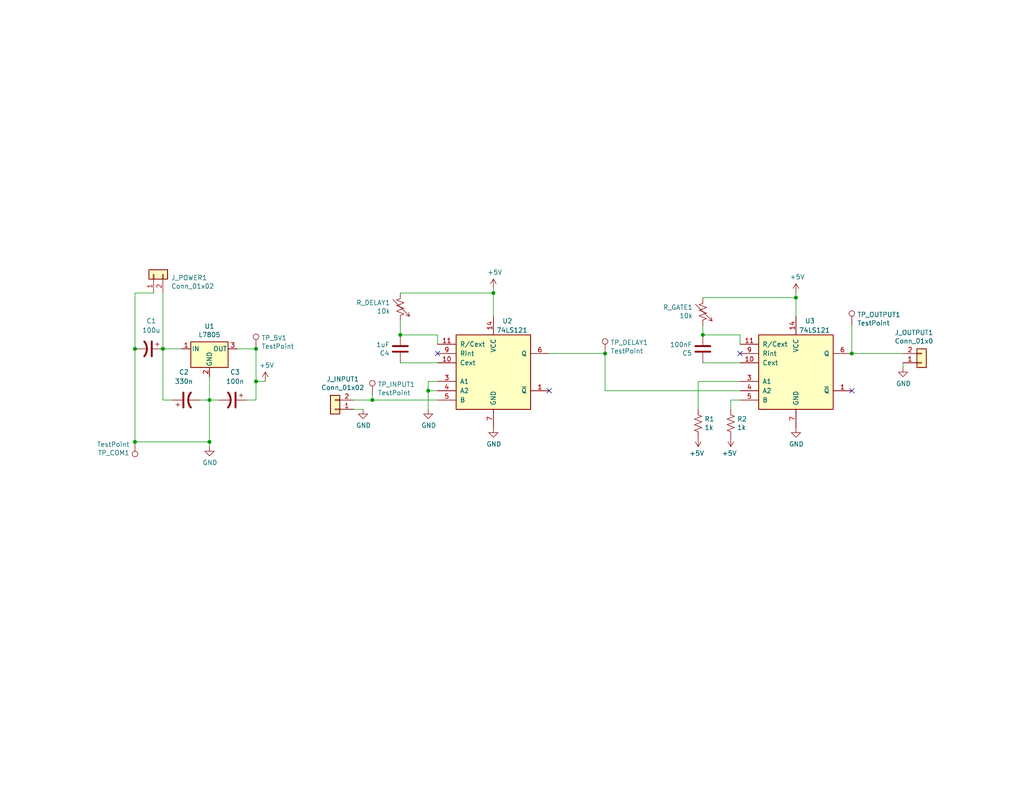
<source format=kicad_sch>
(kicad_sch (version 20211123) (generator eeschema)
  (paper "USLetter")
  (title_block (title "Delay Generator") (date "2022-03-21") (rev "A") (company "UW-Madison") (comment 1 "Department of Chemistry") (comment 2 "Instrument Shop") (comment 3 "Blaise Thompson") (comment 4 "blaise.thompson@wisc.edu"))
  (lib_symbols
    (symbol "74xx:74LS121" (pin_names (offset 1.016))
      (property "Reference" "U" (at -7.62 11.43 0))
      (property "Value" "74LS121" (at -7.62 -11.43 0))
      (symbol "74LS121_1_0"
        (pin output line (at 15.24 -5.08 180) (length 5.08) (name "~{Q}") (number "1"))
        (pin input line (at -15.24 2.54 0) (length 5.08) (name "Cext") (number "10"))
        (pin input line (at -15.24 7.62 0) (length 5.08) (name "R/Cext") (number "11"))
        (pin power_in line (at 0 15.24 270) (length 5.08) (name "VCC") (number "14"))
        (pin input line (at -15.24 -2.54 0) (length 5.08) (name "A1") (number "3"))
        (pin input line (at -15.24 -5.08 0) (length 5.08) (name "A2") (number "4"))
        (pin input line (at -15.24 -7.62 0) (length 5.08) (name "B") (number "5"))
        (pin output line (at 15.24 5.08 180) (length 5.08) (name "Q") (number "6"))
        (pin power_in line (at 0 -15.24 90) (length 5.08) (name "GND") (number "7"))
        (pin input line (at -15.24 5.08 0) (length 5.08) (name "Rint") (number "9"))
      )
      (symbol "74LS121_1_1"
        (rectangle (start -10.16 10.16) (end 10.16 -10.16) (stroke (width 0.254)) (fill (type background)))
      )
    )
    (symbol "Connector:TestPoint" (pin_numbers hide) (pin_names (offset 0.762) hide)
      (property "Reference" "TP" (at 0 6.858 0))
      (property "Value" "TestPoint" (at 0 5.08 0))
      (symbol "TestPoint_0_1"
        (circle (center 0 3.302) (radius 0.762))
      )
      (symbol "TestPoint_1_1"
        (pin passive line (at 0 0 90) (length 2.54) (name "1") (number "1"))
      )
    )
    (symbol "Connector_Generic:Conn_01x02" (pin_names (offset 1.016) hide)
      (property "Reference" "J" (at 0 2.54 0))
      (property "Value" "Conn_01x02" (at 0 -5.08 0))
      (symbol "Conn_01x02_1_1"
        (rectangle (start -1.27 -2.413) (end 0 -2.667) (stroke (width 0.1524)))
        (rectangle (start -1.27 0.127) (end 0 -0.127) (stroke (width 0.1524)))
        (rectangle (start -1.27 1.27) (end 1.27 -3.81) (stroke (width 0.254)) (fill (type background)))
        (pin passive line (at -5.08 0 0) (length 3.81) (name "Pin_1") (number "1"))
        (pin passive line (at -5.08 -2.54 0) (length 3.81) (name "Pin_2") (number "2"))
      )
    )
    (symbol "Device:C" (pin_numbers hide) (pin_names (offset 0.254))
      (property "Reference" "C" (at 0.635 2.54 0))
      (property "Value" "C" (at 0.635 -2.54 0))
      (symbol "C_0_1"
        (polyline (pts (xy -2.032 -0.762) (xy 2.032 -0.762)) (stroke (width 0.508)))
        (polyline (pts (xy -2.032 0.762) (xy 2.032 0.762)) (stroke (width 0.508)))
      )
      (symbol "C_1_1"
        (pin passive line (at 0 3.81 270) (length 2.794) (name "~") (number "1"))
        (pin passive line (at 0 -3.81 90) (length 2.794) (name "~") (number "2"))
      )
    )
    (symbol "Device:C_Polarized_US" (pin_numbers hide) (pin_names (offset 0.254) hide)
      (property "Reference" "C" (at 0.635 2.54 0))
      (property "Value" "C_Polarized_US" (at 0.635 -2.54 0))
      (symbol "C_Polarized_US_0_1"
        (polyline (pts (xy -2.032 0.762) (xy 2.032 0.762)) (stroke (width 0.508)))
        (polyline (pts (xy -1.778 2.286) (xy -0.762 2.286)))
        (polyline (pts (xy -1.27 1.778) (xy -1.27 2.794)))
        (arc (start 2.032 -1.27) (mid 0 -0.5572) (end -2.032 -1.27) (stroke (width 0.508)))
      )
      (symbol "C_Polarized_US_1_1"
        (pin passive line (at 0 3.81 270) (length 2.794) (name "~") (number "1"))
        (pin passive line (at 0 -3.81 90) (length 3.302) (name "~") (number "2"))
      )
    )
    (symbol "Device:R_US" (pin_numbers hide) (pin_names (offset 0))
      (property "Reference" "R" (at 2.54 0 90))
      (property "Value" "R_US" (at -2.54 0 90))
      (symbol "R_US_0_1"
        (polyline (pts (xy 0 -2.286) (xy 0 -2.54)))
        (polyline (pts (xy 0 2.286) (xy 0 2.54)))
        (polyline (pts (xy 0 -0.762) (xy 1.016 -1.143) (xy 0 -1.524) (xy -1.016 -1.905) (xy 0 -2.286)))
        (polyline (pts (xy 0 0.762) (xy 1.016 0.381) (xy 0 0) (xy -1.016 -0.381) (xy 0 -0.762)))
        (polyline (pts (xy 0 2.286) (xy 1.016 1.905) (xy 0 1.524) (xy -1.016 1.143) (xy 0 0.762)))
      )
      (symbol "R_US_1_1"
        (pin passive line (at 0 3.81 270) (length 1.27) (name "~") (number "1"))
        (pin passive line (at 0 -3.81 90) (length 1.27) (name "~") (number "2"))
      )
    )
    (symbol "Device:R_Variable_US" (pin_numbers hide) (pin_names (offset 0))
      (property "Reference" "R" (at 2.54 -2.54 90))
      (property "Value" "R_Variable_US" (at -2.54 -1.27 90))
      (symbol "R_Variable_US_0_1"
        (polyline (pts (xy 0 -2.286) (xy 0 -2.54)))
        (polyline (pts (xy 0 2.286) (xy 0 2.54)))
        (polyline (pts (xy 0 -0.762) (xy 1.016 -1.143) (xy 0 -1.524) (xy -1.016 -1.905) (xy 0 -2.286)))
        (polyline (pts (xy 0 0.762) (xy 1.016 0.381) (xy 0 0) (xy -1.016 -0.381) (xy 0 -0.762)))
        (polyline (pts (xy 0 2.286) (xy 1.016 1.905) (xy 0 1.524) (xy -1.016 1.143) (xy 0 0.762)) (stroke (width 0.1524)))
        (polyline (pts (xy 2.286 1.524) (xy 2.54 2.54) (xy 1.524 2.286) (xy 2.54 2.54) (xy -2.032 -2.032)) (stroke (width 0.1524)))
      )
      (symbol "R_Variable_US_1_1"
        (pin passive line (at 0 3.81 270) (length 1.27) (name "~") (number "1"))
        (pin passive line (at 0 -3.81 90) (length 1.27) (name "~") (number "2"))
      )
    )
    (symbol "Regulator_Linear:L7805" (pin_names (offset 0.254))
      (property "Reference" "U" (at -3.81 3.175 0))
      (property "Value" "L7805" (at 0 3.175 0))
      (symbol "L7805_0_1"
        (rectangle (start -5.08 1.905) (end 5.08 -5.08) (stroke (width 0.254)) (fill (type background)))
      )
      (symbol "L7805_1_1"
        (pin power_in line (at -7.62 0 0) (length 2.54) (name "IN") (number "1"))
        (pin power_in line (at 0 -7.62 90) (length 2.54) (name "GND") (number "2"))
        (pin power_out line (at 7.62 0 180) (length 2.54) (name "OUT") (number "3"))
      )
    )
    (symbol "power:+5V" (power) (pin_names (offset 0))
      (property "Value" "+5V" (at 0 3.556 0))
      (symbol "+5V_0_1"
        (polyline (pts (xy -0.762 1.27) (xy 0 2.54)))
        (polyline (pts (xy 0 0) (xy 0 2.54)))
        (polyline (pts (xy 0 2.54) (xy 0.762 1.27)))
      )
      (symbol "+5V_1_1"
        (pin power_in line (at 0 0 90) (length 0) hide (name "+5V") (number "1"))
      )
    )
    (symbol "power:GND" (power) (pin_names (offset 0))
      (property "Value" "GND" (at 0 -3.81 0))
      (symbol "GND_0_1"
        (polyline (pts (xy 0 0) (xy 0 -1.27) (xy 1.27 -1.27) (xy 0 -2.54) (xy -1.27 -1.27) (xy 0 -1.27)))
      )
      (symbol "GND_1_1"
        (pin power_in line (at 0 0 270) (length 0) hide (name "GND") (number "1"))
      )
    )
  )
  (junction (at 36.83 120.65))
  (junction (at 232.41 96.52))
  (junction (at 109.22 91.44))
  (junction (at 44.45 95.25))
  (junction (at 36.83 95.25))
  (junction (at 69.85 95.25))
  (junction (at 217.17 81.28))
  (junction (at 101.6 109.22))
  (junction (at 116.84 106.68))
  (junction (at 57.15 120.65))
  (junction (at 191.77 91.44))
  (junction (at 69.85 104.14))
  (junction (at 165.1 96.52))
  (junction (at 134.62 80.01))
  (junction (at 57.15 109.22))
  (no_connect (at 201.93 96.52))
  (no_connect (at 149.86 106.68))
  (no_connect (at 232.41 106.68))
  (no_connect (at 119.38 96.52))
  (wire (pts (xy 165.1 106.68) (xy 201.93 106.68)))
  (wire (pts (xy 116.84 106.68) (xy 116.84 111.76)))
  (wire (pts (xy 119.38 104.14) (xy 116.84 104.14)))
  (wire (pts (xy 54.61 109.22) (xy 57.15 109.22)))
  (wire (pts (xy 109.22 80.01) (xy 134.62 80.01)))
  (wire (pts (xy 119.38 91.44) (xy 109.22 91.44)))
  (wire (pts (xy 201.93 104.14) (xy 190.5 104.14)))
  (wire (pts (xy 69.85 104.14) (xy 72.39 104.14)))
  (wire (pts (xy 69.85 104.14) (xy 69.85 109.22)))
  (wire (pts (xy 165.1 96.52) (xy 165.1 106.68)))
  (wire (pts (xy 190.5 104.14) (xy 190.5 111.76)))
  (wire (pts (xy 116.84 104.14) (xy 116.84 106.68)))
  (wire (pts (xy 109.22 87.63) (xy 109.22 91.44)))
  (wire (pts (xy 64.77 95.25) (xy 69.85 95.25)))
  (wire (pts (xy 57.15 120.65) (xy 57.15 109.22)))
  (wire (pts (xy 57.15 102.87) (xy 57.15 109.22)))
  (wire (pts (xy 36.83 95.25) (xy 36.83 120.65)))
  (wire (pts (xy 41.91 80.01) (xy 36.83 80.01)))
  (wire (pts (xy 201.93 91.44) (xy 201.93 93.98)))
  (wire (pts (xy 149.86 96.52) (xy 165.1 96.52)))
  (wire (pts (xy 191.77 81.28) (xy 217.17 81.28)))
  (wire (pts (xy 199.39 109.22) (xy 199.39 111.76)))
  (wire (pts (xy 101.6 107.95) (xy 101.6 109.22)))
  (wire (pts (xy 44.45 109.22) (xy 46.99 109.22)))
  (wire (pts (xy 44.45 95.25) (xy 44.45 109.22)))
  (wire (pts (xy 69.85 95.25) (xy 69.85 104.14)))
  (wire (pts (xy 119.38 93.98) (xy 119.38 91.44)))
  (wire (pts (xy 134.62 80.01) (xy 134.62 86.36)))
  (wire (pts (xy 36.83 120.65) (xy 57.15 120.65)))
  (wire (pts (xy 119.38 99.06) (xy 109.22 99.06)))
  (wire (pts (xy 201.93 91.44) (xy 191.77 91.44)))
  (wire (pts (xy 217.17 81.28) (xy 217.17 80.01)))
  (wire (pts (xy 57.15 120.65) (xy 57.15 121.92)))
  (wire (pts (xy 101.6 109.22) (xy 119.38 109.22)))
  (wire (pts (xy 217.17 81.28) (xy 217.17 86.36)))
  (wire (pts (xy 232.41 96.52) (xy 232.41 88.9)))
  (wire (pts (xy 201.93 99.06) (xy 191.77 99.06)))
  (wire (pts (xy 57.15 109.22) (xy 59.69 109.22)))
  (wire (pts (xy 201.93 109.22) (xy 199.39 109.22)))
  (wire (pts (xy 191.77 88.9) (xy 191.77 91.44)))
  (wire (pts (xy 246.38 99.06) (xy 246.38 100.33)))
  (wire (pts (xy 96.52 109.22) (xy 101.6 109.22)))
  (wire (pts (xy 116.84 106.68) (xy 119.38 106.68)))
  (wire (pts (xy 49.53 95.25) (xy 44.45 95.25)))
  (wire (pts (xy 36.83 80.01) (xy 36.83 95.25)))
  (wire (pts (xy 69.85 109.22) (xy 67.31 109.22)))
  (wire (pts (xy 44.45 80.01) (xy 44.45 95.25)))
  (wire (pts (xy 232.41 96.52) (xy 246.38 96.52)))
  (wire (pts (xy 96.52 111.76) (xy 99.06 111.76)))
  (wire (pts (xy 134.62 80.01) (xy 134.62 78.74)))
  (symbol (lib_id "74xx:74LS121") (at 134.62 101.6 0) (unit 1)
    (property "Reference" "U2" (at 138.43 87.63 0))
    (property "Value" "74LS121" (at 139.7 90.17 0))
    (property "Footprint" "Package_DIP:DIP-16_W7.62mm_LongPads" (effects hide))
    (property "Datasheet" "http://www.ti.com/lit/gpn/sn74121" (effects hide))
  )
  (symbol (lib_id "Device:R_US") (at 199.39 115.57 0) (unit 1)
    (property "Reference" "R2" (at 201.1172 114.4016 0) (effects (justify left)))
    (property "Value" "1k" (at 201.1172 116.713 0) (effects (justify left)))
    (property "Footprint" "Resistor_THT:R_Axial_DIN0207_L6.3mm_D2.5mm_P7.62mm_Horizontal" (effects hide))
  )
  (symbol (lib_id "Regulator_Linear:L7805") (at 57.15 95.25 0) (unit 1)
    (property "Reference" "U1" (at 57.15 89.1032 0))
    (property "Value" "L7805" (at 57.15 91.4146 0))
    (property "Footprint" "Package_TO_SOT_THT:TO-220-3_Vertical" (effects hide))
    (property "Datasheet" "http://www.st.com/content/ccc/resource/technical/document/datasheet/41/4f/b3/b0/12/d4/47/88/CD00000444.pdf/files/CD00000444.pdf/jcr:content/translations/en.CD00000444.pdf" (effects hide))
  )
  (symbol (lib_id "Connector_Generic:Conn_01x02") (at 41.91 74.93 90) (unit 1)
    (property "Reference" "J_POWER1" (at 46.6852 75.8444 90) (effects (justify right)))
    (property "Value" "Conn_01x02" (at 46.6852 78.1558 90) (effects (justify right)))
    (property "Footprint" "Connector_Molex:Molex_KK-254_AE-6410-02A_1x02_P2.54mm_Vertical" (effects hide))
  )
  (symbol (lib_id "power:+5V") (at 72.39 104.14 0) (unit 1)
    (property "Reference" "#PWR0101" (effects hide))
    (property "Value" "+5V" (at 72.771 99.7458 0))
  )
  (symbol (lib_id "power:GND") (at 57.15 121.92 0) (unit 1)
    (property "Reference" "#PWR0102" (effects hide))
    (property "Value" "GND" (at 57.277 126.3142 0))
  )
  (symbol (lib_id "power:GND") (at 134.62 116.84 0) (unit 1)
    (property "Reference" "#PWR0103" (effects hide))
    (property "Value" "GND" (at 134.747 121.2342 0))
  )
  (symbol (lib_id "Connector_Generic:Conn_01x02") (at 91.44 111.76 180) (unit 1)
    (property "Reference" "J_INPUT1" (at 93.5228 103.505 0))
    (property "Value" "Conn_01x02" (at 93.5228 105.8164 0))
    (property "Footprint" "Connector_Molex:Molex_KK-254_AE-6410-02A_1x02_P2.54mm_Vertical" (effects hide))
  )
  (symbol (lib_id "power:GND") (at 99.06 111.76 0) (unit 1)
    (property "Reference" "#PWR0104" (effects hide))
    (property "Value" "GND" (at 99.187 116.1542 0))
  )
  (symbol (lib_id "power:GND") (at 116.84 111.76 0) (unit 1)
    (property "Reference" "#PWR0105" (effects hide))
    (property "Value" "GND" (at 116.967 116.1542 0))
  )
  (symbol (lib_id "Device:C") (at 109.22 95.25 180) (unit 1)
    (property "Reference" "C4" (at 106.299 96.4184 0) (effects (justify left)))
    (property "Value" "1uF" (at 106.299 94.107 0) (effects (justify left)))
    (property "Footprint" "Capacitor_THT:C_Disc_D7.5mm_W4.4mm_P5.00mm" (effects hide))
  )
  (symbol (lib_id "power:+5V") (at 134.62 78.74 0) (unit 1)
    (property "Reference" "#PWR0106" (effects hide))
    (property "Value" "+5V" (at 135.001 74.3458 0))
  )
  (symbol (lib_id "74xx:74LS121") (at 217.17 101.6 0) (unit 1)
    (property "Reference" "U3" (at 220.98 87.63 0))
    (property "Value" "74LS121" (at 222.25 90.17 0))
    (property "Footprint" "Package_DIP:DIP-16_W7.62mm_LongPads" (effects hide))
    (property "Datasheet" "http://www.ti.com/lit/gpn/sn74121" (effects hide))
  )
  (symbol (lib_id "Connector_Generic:Conn_01x02") (at 251.46 99.06 0) (mirror x) (unit 1)
    (property "Reference" "J_OUTPUT1" (at 249.3772 90.805 0))
    (property "Value" "Conn_01x0" (at 249.3772 93.1164 0))
    (property "Footprint" "Connector_Molex:Molex_KK-254_AE-6410-02A_1x02_P2.54mm_Vertical" (effects hide))
  )
  (symbol (lib_id "Device:R_Variable_US") (at 109.22 83.82 0) (mirror x) (unit 1)
    (property "Reference" "R_DELAY1" (at 106.4768 82.6516 0) (effects (justify right)))
    (property "Value" "10k" (at 106.4768 84.963 0) (effects (justify right)))
    (property "Footprint" "Connector_Molex:Molex_KK-254_AE-6410-02A_1x02_P2.54mm_Vertica" (effects hide))
  )
  (symbol (lib_id "Device:R_Variable_US") (at 191.77 85.09 0) (mirror x) (unit 1)
    (property "Reference" "R_GATE1" (at 189.0268 83.9216 0) (effects (justify right)))
    (property "Value" "10k" (at 189.0268 86.233 0) (effects (justify right)))
    (property "Footprint" "Connector_Molex:Molex_KK-254_AE-6410-02A_1x02_P2.54mm_Vertical" (effects hide))
  )
  (symbol (lib_id "power:+5V") (at 217.17 80.01 0) (unit 1)
    (property "Reference" "#PWR0107" (effects hide))
    (property "Value" "+5V" (at 217.551 75.6158 0))
  )
  (symbol (lib_id "Device:C") (at 191.77 95.25 180) (unit 1)
    (property "Reference" "C5" (at 188.849 96.4184 0) (effects (justify left)))
    (property "Value" "100nF" (at 188.849 94.107 0) (effects (justify left)))
    (property "Footprint" "Capacitor_THT:CP_Radial_D7.5mm_P2.50mm" (effects hide))
  )
  (symbol (lib_id "Connector:TestPoint") (at 69.85 95.25 0) (unit 1)
    (property "Reference" "TP_5V1" (at 71.3232 92.2528 0) (effects (justify left)))
    (property "Value" "TestPoint" (at 71.3232 94.5642 0) (effects (justify left)))
    (property "Footprint" "TestPoint:TestPoint_Loop_D2.60mm_Drill1.6mm_Beaded" (effects hide))
  )
  (symbol (lib_id "Device:R_US") (at 190.5 115.57 0) (unit 1)
    (property "Reference" "R1" (at 192.2272 114.4016 0) (effects (justify left)))
    (property "Value" "1k" (at 192.2272 116.713 0) (effects (justify left)))
    (property "Footprint" "Resistor_THT:R_Axial_DIN0207_L6.3mm_D2.5mm_P7.62mm_Horizontal" (effects hide))
  )
  (symbol (lib_id "Connector:TestPoint") (at 36.83 120.65 180) (unit 1)
    (property "Reference" "TP_COM1" (at 35.3568 123.6472 0) (effects (justify left)))
    (property "Value" "TestPoint" (at 35.3568 121.3358 0) (effects (justify left)))
    (property "Footprint" "TestPoint:TestPoint_Loop_D2.60mm_Drill1.6mm_Beaded" (effects hide))
  )
  (symbol (lib_id "power:+5V") (at 190.5 119.38 180) (unit 1)
    (property "Reference" "#PWR0108" (effects hide))
    (property "Value" "+5V" (at 190.119 123.7742 0))
  )
  (symbol (lib_id "power:+5V") (at 199.39 119.38 180) (unit 1)
    (property "Reference" "#PWR0109" (effects hide))
    (property "Value" "+5V" (at 199.009 123.7742 0))
  )
  (symbol (lib_id "power:GND") (at 217.17 116.84 0) (unit 1)
    (property "Reference" "#PWR0110" (effects hide))
    (property "Value" "GND" (at 217.297 121.2342 0))
  )
  (symbol (lib_id "Connector:TestPoint") (at 101.6 107.95 0) (unit 1)
    (property "Reference" "TP_INPUT1" (at 103.0732 104.9528 0) (effects (justify left)))
    (property "Value" "TestPoint" (at 103.0732 107.2642 0) (effects (justify left)))
    (property "Footprint" "TestPoint:TestPoint_Loop_D2.60mm_Drill1.6mm_Beaded" (effects hide))
  )
  (symbol (lib_id "power:GND") (at 246.38 100.33 0) (unit 1)
    (property "Reference" "#PWR0111" (effects hide))
    (property "Value" "GND" (at 246.507 104.7242 0))
  )
  (symbol (lib_id "Connector:TestPoint") (at 165.1 96.52 0) (unit 1)
    (property "Reference" "TP_DELAY1" (at 166.5732 93.5228 0) (effects (justify left)))
    (property "Value" "TestPoint" (at 166.5732 95.8342 0) (effects (justify left)))
    (property "Footprint" "TestPoint:TestPoint_Loop_D2.60mm_Drill1.6mm_Beaded" (effects hide))
  )
  (symbol (lib_id "Connector:TestPoint") (at 232.41 88.9 0) (unit 1)
    (property "Reference" "TP_OUTPUT1" (at 233.8832 85.9028 0) (effects (justify left)))
    (property "Value" "TestPoint" (at 233.8832 88.2142 0) (effects (justify left)))
    (property "Footprint" "TestPoint:TestPoint_Loop_D2.60mm_Drill1.6mm_Beaded" (effects hide))
  )
  (symbol (lib_id "Device:C_Polarized_US") (at 63.5 109.22 270) (unit 1)
    (property "Reference" "C3" (at 64.135 101.6 90))
    (property "Value" "100n" (at 64.135 104.14 90))
    (property "Footprint" "Capacitor_THT:CP_Radial_D7.5mm_P2.50mm" (effects hide))
  )
  (symbol (lib_id "Device:C_Polarized_US") (at 50.8 109.22 90) (unit 1)
    (property "Reference" "C2" (at 50.165 101.6 90))
    (property "Value" "330n" (at 50.165 104.14 90))
    (property "Footprint" "Capacitor_THT:CP_Radial_D7.5mm_P2.50mm" (effects hide))
  )
  (symbol (lib_id "Device:C_Polarized_US") (at 40.64 95.25 270) (unit 1)
    (property "Reference" "C1" (at 41.275 87.63 90))
    (property "Value" "100u" (at 41.275 90.17 90))
    (property "Footprint" "Capacitor_THT:CP_Radial_D7.5mm_P2.50mm" (effects hide))
  )
)
</source>
